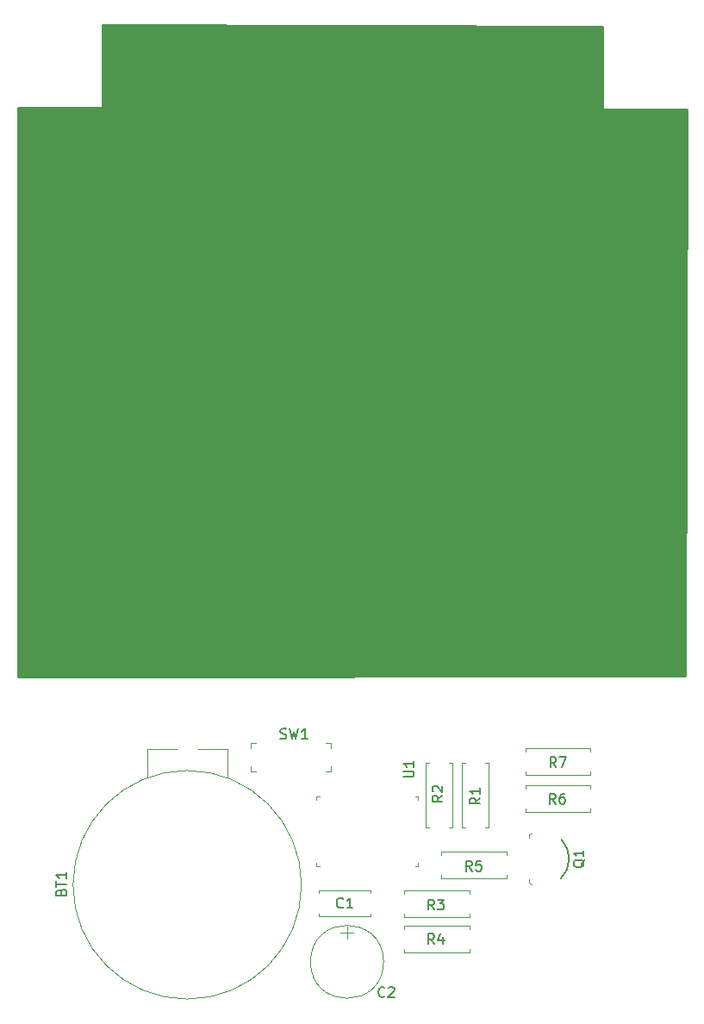
<source format=gbr>
%TF.GenerationSoftware,KiCad,Pcbnew,(5.1.6)-1*%
%TF.CreationDate,2021-10-24T20:03:51+02:00*%
%TF.ProjectId,KiCAD_tutorial,4b694341-445f-4747-9574-6f7269616c2e,rev?*%
%TF.SameCoordinates,Original*%
%TF.FileFunction,Legend,Top*%
%TF.FilePolarity,Positive*%
%FSLAX46Y46*%
G04 Gerber Fmt 4.6, Leading zero omitted, Abs format (unit mm)*
G04 Created by KiCad (PCBNEW (5.1.6)-1) date 2021-10-24 20:03:51*
%MOMM*%
%LPD*%
G01*
G04 APERTURE LIST*
%ADD10C,0.120000*%
%ADD11C,0.100000*%
%ADD12C,0.150000*%
%ADD13C,0.254000*%
G04 APERTURE END LIST*
D10*
%TO.C,R2*%
X112270000Y-112790000D02*
X112600000Y-112790000D01*
X112270000Y-106370000D02*
X112270000Y-112790000D01*
X112600000Y-106370000D02*
X112270000Y-106370000D01*
X114890000Y-112790000D02*
X114560000Y-112790000D01*
X114890000Y-106370000D02*
X114890000Y-112790000D01*
X114560000Y-106370000D02*
X114890000Y-106370000D01*
D11*
%TO.C,BT1*%
X100046800Y-118392400D02*
G75*
G03*
X100046800Y-118392400I-11226800J0D01*
G01*
X84908400Y-107826000D02*
X84908400Y-105082800D01*
X92731600Y-107826000D02*
X92731600Y-105082800D01*
X84908400Y-105082800D02*
X87753200Y-105082800D01*
X92731600Y-105082800D02*
X89886800Y-105082800D01*
D10*
%TO.C,C1*%
X101740000Y-119214000D02*
X101740000Y-118900000D01*
X101740000Y-121520000D02*
X101740000Y-121206000D01*
X106860000Y-119214000D02*
X106860000Y-118900000D01*
X106860000Y-121520000D02*
X106860000Y-121206000D01*
X106860000Y-118900000D02*
X101740000Y-118900000D01*
X106860000Y-121520000D02*
X101740000Y-121520000D01*
%TO.C,C2*%
X105170000Y-123110000D02*
X103870000Y-123110000D01*
X104520000Y-122510000D02*
X104520000Y-123710000D01*
X108110000Y-125960000D02*
G75*
G03*
X108110000Y-125960000I-3590000J0D01*
G01*
D11*
%TO.C,Q1*%
X122370000Y-113480000D02*
X122670000Y-113330000D01*
X122370000Y-113780000D02*
X122370000Y-113480000D01*
X122370000Y-118180000D02*
X122370000Y-117880000D01*
X122370000Y-118180000D02*
X122670000Y-118330000D01*
D12*
X125520000Y-117780000D02*
G75*
G03*
X125570000Y-113930000I-1900000J1950000D01*
G01*
D10*
%TO.C,R1*%
X116110000Y-112800000D02*
X115780000Y-112800000D01*
X115780000Y-112800000D02*
X115780000Y-106380000D01*
X115780000Y-106380000D02*
X116110000Y-106380000D01*
X118070000Y-112800000D02*
X118400000Y-112800000D01*
X118400000Y-112800000D02*
X118400000Y-106380000D01*
X118400000Y-106380000D02*
X118070000Y-106380000D01*
%TO.C,R3*%
X110160000Y-118950000D02*
X110160000Y-119280000D01*
X116580000Y-118950000D02*
X110160000Y-118950000D01*
X116580000Y-119280000D02*
X116580000Y-118950000D01*
X110160000Y-121570000D02*
X110160000Y-121240000D01*
X116580000Y-121570000D02*
X110160000Y-121570000D01*
X116580000Y-121240000D02*
X116580000Y-121570000D01*
%TO.C,R4*%
X110150000Y-122780000D02*
X110150000Y-122450000D01*
X110150000Y-122450000D02*
X116570000Y-122450000D01*
X116570000Y-122450000D02*
X116570000Y-122780000D01*
X110150000Y-124740000D02*
X110150000Y-125070000D01*
X110150000Y-125070000D02*
X116570000Y-125070000D01*
X116570000Y-125070000D02*
X116570000Y-124740000D01*
%TO.C,R5*%
X113770000Y-115150000D02*
X113770000Y-115480000D01*
X120190000Y-115150000D02*
X113770000Y-115150000D01*
X120190000Y-115480000D02*
X120190000Y-115150000D01*
X113770000Y-117770000D02*
X113770000Y-117440000D01*
X120190000Y-117770000D02*
X113770000Y-117770000D01*
X120190000Y-117440000D02*
X120190000Y-117770000D01*
%TO.C,R6*%
X122040000Y-108590000D02*
X122040000Y-108920000D01*
X128460000Y-108590000D02*
X122040000Y-108590000D01*
X128460000Y-108920000D02*
X128460000Y-108590000D01*
X122040000Y-111210000D02*
X122040000Y-110880000D01*
X128460000Y-111210000D02*
X122040000Y-111210000D01*
X128460000Y-110880000D02*
X128460000Y-111210000D01*
%TO.C,R7*%
X128450000Y-107300000D02*
X128450000Y-107630000D01*
X128450000Y-107630000D02*
X122030000Y-107630000D01*
X122030000Y-107630000D02*
X122030000Y-107300000D01*
X128450000Y-105340000D02*
X128450000Y-105010000D01*
X128450000Y-105010000D02*
X122030000Y-105010000D01*
X122030000Y-105010000D02*
X122030000Y-105340000D01*
D11*
%TO.C,SW1*%
X102960000Y-104480000D02*
X102460000Y-104480000D01*
X102960000Y-104480000D02*
X102960000Y-104980000D01*
X95060000Y-104480000D02*
X95560000Y-104480000D01*
X95060000Y-104480000D02*
X95060000Y-104980000D01*
X95060000Y-107280000D02*
X95060000Y-106780000D01*
X95060000Y-107280000D02*
X95560000Y-107280000D01*
X102960000Y-107280000D02*
X102460000Y-107280000D01*
X102960000Y-107280000D02*
X102960000Y-106780000D01*
%TO.C,U1*%
X111500000Y-116530000D02*
X111500000Y-116230000D01*
X111200000Y-116530000D02*
X111500000Y-116530000D01*
X111500000Y-109730000D02*
X111500000Y-110030000D01*
X111200000Y-109730000D02*
X111500000Y-109730000D01*
X101500000Y-109730000D02*
X101500000Y-110030000D01*
X101800000Y-109730000D02*
X101500000Y-109730000D01*
X101500000Y-116530000D02*
X101500000Y-116230000D01*
X101800000Y-116530000D02*
X101500000Y-116530000D01*
D10*
%TO.C,D1*%
X113335000Y-63430000D02*
X116425000Y-63430000D01*
X117380000Y-60870000D02*
G75*
G03*
X117380000Y-60870000I-2500000J0D01*
G01*
X114880462Y-57880000D02*
G75*
G03*
X113335170Y-63430000I-462J-2990000D01*
G01*
X114879538Y-57880000D02*
G75*
G02*
X116424830Y-63430000I462J-2990000D01*
G01*
%TO.C,D2*%
X94819538Y-57920000D02*
G75*
G02*
X96364830Y-63470000I462J-2990000D01*
G01*
X94820462Y-57920000D02*
G75*
G03*
X93275170Y-63470000I-462J-2990000D01*
G01*
X97320000Y-60910000D02*
G75*
G03*
X97320000Y-60910000I-2500000J0D01*
G01*
X93275000Y-63470000D02*
X96365000Y-63470000D01*
%TO.C, *%
D12*
%TO.C,R2*%
X113892380Y-109616666D02*
X113416190Y-109950000D01*
X113892380Y-110188095D02*
X112892380Y-110188095D01*
X112892380Y-109807142D01*
X112940000Y-109711904D01*
X112987619Y-109664285D01*
X113082857Y-109616666D01*
X113225714Y-109616666D01*
X113320952Y-109664285D01*
X113368571Y-109711904D01*
X113416190Y-109807142D01*
X113416190Y-110188095D01*
X112987619Y-109235714D02*
X112940000Y-109188095D01*
X112892380Y-109092857D01*
X112892380Y-108854761D01*
X112940000Y-108759523D01*
X112987619Y-108711904D01*
X113082857Y-108664285D01*
X113178095Y-108664285D01*
X113320952Y-108711904D01*
X113892380Y-109283333D01*
X113892380Y-108664285D01*
%TO.C,BT1*%
X76442271Y-119117154D02*
X76489890Y-118974297D01*
X76537509Y-118926678D01*
X76632747Y-118879059D01*
X76775604Y-118879059D01*
X76870842Y-118926678D01*
X76918461Y-118974297D01*
X76966080Y-119069535D01*
X76966080Y-119450487D01*
X75966080Y-119450487D01*
X75966080Y-119117154D01*
X76013700Y-119021916D01*
X76061319Y-118974297D01*
X76156557Y-118926678D01*
X76251795Y-118926678D01*
X76347033Y-118974297D01*
X76394652Y-119021916D01*
X76442271Y-119117154D01*
X76442271Y-119450487D01*
X75966080Y-118593344D02*
X75966080Y-118021916D01*
X76966080Y-118307630D02*
X75966080Y-118307630D01*
X76966080Y-117164773D02*
X76966080Y-117736201D01*
X76966080Y-117450487D02*
X75966080Y-117450487D01*
X76108938Y-117545725D01*
X76204176Y-117640963D01*
X76251795Y-117736201D01*
%TO.C,C1*%
X104133333Y-120567142D02*
X104085714Y-120614761D01*
X103942857Y-120662380D01*
X103847619Y-120662380D01*
X103704761Y-120614761D01*
X103609523Y-120519523D01*
X103561904Y-120424285D01*
X103514285Y-120233809D01*
X103514285Y-120090952D01*
X103561904Y-119900476D01*
X103609523Y-119805238D01*
X103704761Y-119710000D01*
X103847619Y-119662380D01*
X103942857Y-119662380D01*
X104085714Y-119710000D01*
X104133333Y-119757619D01*
X105085714Y-120662380D02*
X104514285Y-120662380D01*
X104800000Y-120662380D02*
X104800000Y-119662380D01*
X104704761Y-119805238D01*
X104609523Y-119900476D01*
X104514285Y-119948095D01*
%TO.C,C2*%
X108213333Y-129327142D02*
X108165714Y-129374761D01*
X108022857Y-129422380D01*
X107927619Y-129422380D01*
X107784761Y-129374761D01*
X107689523Y-129279523D01*
X107641904Y-129184285D01*
X107594285Y-128993809D01*
X107594285Y-128850952D01*
X107641904Y-128660476D01*
X107689523Y-128565238D01*
X107784761Y-128470000D01*
X107927619Y-128422380D01*
X108022857Y-128422380D01*
X108165714Y-128470000D01*
X108213333Y-128517619D01*
X108594285Y-128517619D02*
X108641904Y-128470000D01*
X108737142Y-128422380D01*
X108975238Y-128422380D01*
X109070476Y-128470000D01*
X109118095Y-128517619D01*
X109165714Y-128612857D01*
X109165714Y-128708095D01*
X109118095Y-128850952D01*
X108546666Y-129422380D01*
X109165714Y-129422380D01*
%TO.C,Q1*%
X127867619Y-115925238D02*
X127820000Y-116020476D01*
X127724761Y-116115714D01*
X127581904Y-116258571D01*
X127534285Y-116353809D01*
X127534285Y-116449047D01*
X127772380Y-116401428D02*
X127724761Y-116496666D01*
X127629523Y-116591904D01*
X127439047Y-116639523D01*
X127105714Y-116639523D01*
X126915238Y-116591904D01*
X126820000Y-116496666D01*
X126772380Y-116401428D01*
X126772380Y-116210952D01*
X126820000Y-116115714D01*
X126915238Y-116020476D01*
X127105714Y-115972857D01*
X127439047Y-115972857D01*
X127629523Y-116020476D01*
X127724761Y-116115714D01*
X127772380Y-116210952D01*
X127772380Y-116401428D01*
X127772380Y-115020476D02*
X127772380Y-115591904D01*
X127772380Y-115306190D02*
X126772380Y-115306190D01*
X126915238Y-115401428D01*
X127010476Y-115496666D01*
X127058095Y-115591904D01*
%TO.C,R1*%
X117592380Y-109856666D02*
X117116190Y-110190000D01*
X117592380Y-110428095D02*
X116592380Y-110428095D01*
X116592380Y-110047142D01*
X116640000Y-109951904D01*
X116687619Y-109904285D01*
X116782857Y-109856666D01*
X116925714Y-109856666D01*
X117020952Y-109904285D01*
X117068571Y-109951904D01*
X117116190Y-110047142D01*
X117116190Y-110428095D01*
X117592380Y-108904285D02*
X117592380Y-109475714D01*
X117592380Y-109190000D02*
X116592380Y-109190000D01*
X116735238Y-109285238D01*
X116830476Y-109380476D01*
X116878095Y-109475714D01*
%TO.C,R3*%
X113093333Y-120842380D02*
X112760000Y-120366190D01*
X112521904Y-120842380D02*
X112521904Y-119842380D01*
X112902857Y-119842380D01*
X112998095Y-119890000D01*
X113045714Y-119937619D01*
X113093333Y-120032857D01*
X113093333Y-120175714D01*
X113045714Y-120270952D01*
X112998095Y-120318571D01*
X112902857Y-120366190D01*
X112521904Y-120366190D01*
X113426666Y-119842380D02*
X114045714Y-119842380D01*
X113712380Y-120223333D01*
X113855238Y-120223333D01*
X113950476Y-120270952D01*
X113998095Y-120318571D01*
X114045714Y-120413809D01*
X114045714Y-120651904D01*
X113998095Y-120747142D01*
X113950476Y-120794761D01*
X113855238Y-120842380D01*
X113569523Y-120842380D01*
X113474285Y-120794761D01*
X113426666Y-120747142D01*
%TO.C,R4*%
X113093333Y-124212380D02*
X112760000Y-123736190D01*
X112521904Y-124212380D02*
X112521904Y-123212380D01*
X112902857Y-123212380D01*
X112998095Y-123260000D01*
X113045714Y-123307619D01*
X113093333Y-123402857D01*
X113093333Y-123545714D01*
X113045714Y-123640952D01*
X112998095Y-123688571D01*
X112902857Y-123736190D01*
X112521904Y-123736190D01*
X113950476Y-123545714D02*
X113950476Y-124212380D01*
X113712380Y-123164761D02*
X113474285Y-123879047D01*
X114093333Y-123879047D01*
%TO.C,R5*%
X116783333Y-117042380D02*
X116450000Y-116566190D01*
X116211904Y-117042380D02*
X116211904Y-116042380D01*
X116592857Y-116042380D01*
X116688095Y-116090000D01*
X116735714Y-116137619D01*
X116783333Y-116232857D01*
X116783333Y-116375714D01*
X116735714Y-116470952D01*
X116688095Y-116518571D01*
X116592857Y-116566190D01*
X116211904Y-116566190D01*
X117688095Y-116042380D02*
X117211904Y-116042380D01*
X117164285Y-116518571D01*
X117211904Y-116470952D01*
X117307142Y-116423333D01*
X117545238Y-116423333D01*
X117640476Y-116470952D01*
X117688095Y-116518571D01*
X117735714Y-116613809D01*
X117735714Y-116851904D01*
X117688095Y-116947142D01*
X117640476Y-116994761D01*
X117545238Y-117042380D01*
X117307142Y-117042380D01*
X117211904Y-116994761D01*
X117164285Y-116947142D01*
%TO.C,R6*%
X125013333Y-110442380D02*
X124680000Y-109966190D01*
X124441904Y-110442380D02*
X124441904Y-109442380D01*
X124822857Y-109442380D01*
X124918095Y-109490000D01*
X124965714Y-109537619D01*
X125013333Y-109632857D01*
X125013333Y-109775714D01*
X124965714Y-109870952D01*
X124918095Y-109918571D01*
X124822857Y-109966190D01*
X124441904Y-109966190D01*
X125870476Y-109442380D02*
X125680000Y-109442380D01*
X125584761Y-109490000D01*
X125537142Y-109537619D01*
X125441904Y-109680476D01*
X125394285Y-109870952D01*
X125394285Y-110251904D01*
X125441904Y-110347142D01*
X125489523Y-110394761D01*
X125584761Y-110442380D01*
X125775238Y-110442380D01*
X125870476Y-110394761D01*
X125918095Y-110347142D01*
X125965714Y-110251904D01*
X125965714Y-110013809D01*
X125918095Y-109918571D01*
X125870476Y-109870952D01*
X125775238Y-109823333D01*
X125584761Y-109823333D01*
X125489523Y-109870952D01*
X125441904Y-109918571D01*
X125394285Y-110013809D01*
%TO.C,R7*%
X125073333Y-106852380D02*
X124740000Y-106376190D01*
X124501904Y-106852380D02*
X124501904Y-105852380D01*
X124882857Y-105852380D01*
X124978095Y-105900000D01*
X125025714Y-105947619D01*
X125073333Y-106042857D01*
X125073333Y-106185714D01*
X125025714Y-106280952D01*
X124978095Y-106328571D01*
X124882857Y-106376190D01*
X124501904Y-106376190D01*
X125406666Y-105852380D02*
X126073333Y-105852380D01*
X125644761Y-106852380D01*
%TO.C,SW1*%
X97976666Y-104004761D02*
X98119523Y-104052380D01*
X98357619Y-104052380D01*
X98452857Y-104004761D01*
X98500476Y-103957142D01*
X98548095Y-103861904D01*
X98548095Y-103766666D01*
X98500476Y-103671428D01*
X98452857Y-103623809D01*
X98357619Y-103576190D01*
X98167142Y-103528571D01*
X98071904Y-103480952D01*
X98024285Y-103433333D01*
X97976666Y-103338095D01*
X97976666Y-103242857D01*
X98024285Y-103147619D01*
X98071904Y-103100000D01*
X98167142Y-103052380D01*
X98405238Y-103052380D01*
X98548095Y-103100000D01*
X98881428Y-103052380D02*
X99119523Y-104052380D01*
X99310000Y-103338095D01*
X99500476Y-104052380D01*
X99738571Y-103052380D01*
X100643333Y-104052380D02*
X100071904Y-104052380D01*
X100357619Y-104052380D02*
X100357619Y-103052380D01*
X100262380Y-103195238D01*
X100167142Y-103290476D01*
X100071904Y-103338095D01*
%TO.C,U1*%
X110072380Y-107801904D02*
X110881904Y-107801904D01*
X110977142Y-107754285D01*
X111024761Y-107706666D01*
X111072380Y-107611428D01*
X111072380Y-107420952D01*
X111024761Y-107325714D01*
X110977142Y-107278095D01*
X110881904Y-107230476D01*
X110072380Y-107230476D01*
X111072380Y-106230476D02*
X111072380Y-106801904D01*
X111072380Y-106516190D02*
X110072380Y-106516190D01*
X110215238Y-106611428D01*
X110310476Y-106706666D01*
X110358095Y-106801904D01*
%TO.C,D1*%
X111372380Y-61608095D02*
X110372380Y-61608095D01*
X110372380Y-61370000D01*
X110420000Y-61227142D01*
X110515238Y-61131904D01*
X110610476Y-61084285D01*
X110800952Y-61036666D01*
X110943809Y-61036666D01*
X111134285Y-61084285D01*
X111229523Y-61131904D01*
X111324761Y-61227142D01*
X111372380Y-61370000D01*
X111372380Y-61608095D01*
X111372380Y-60084285D02*
X111372380Y-60655714D01*
X111372380Y-60370000D02*
X110372380Y-60370000D01*
X110515238Y-60465238D01*
X110610476Y-60560476D01*
X110658095Y-60655714D01*
%TO.C,D2*%
X91312380Y-61648095D02*
X90312380Y-61648095D01*
X90312380Y-61410000D01*
X90360000Y-61267142D01*
X90455238Y-61171904D01*
X90550476Y-61124285D01*
X90740952Y-61076666D01*
X90883809Y-61076666D01*
X91074285Y-61124285D01*
X91169523Y-61171904D01*
X91264761Y-61267142D01*
X91312380Y-61410000D01*
X91312380Y-61648095D01*
X90407619Y-60695714D02*
X90360000Y-60648095D01*
X90312380Y-60552857D01*
X90312380Y-60314761D01*
X90360000Y-60219523D01*
X90407619Y-60171904D01*
X90502857Y-60124285D01*
X90598095Y-60124285D01*
X90740952Y-60171904D01*
X91312380Y-60743333D01*
X91312380Y-60124285D01*
%TD*%
D13*
G36*
X129632844Y-34086692D02*
G01*
X129623000Y-42099844D01*
X129625410Y-42124623D01*
X129632608Y-42148457D01*
X129644317Y-42170428D01*
X129660087Y-42189692D01*
X129679313Y-42205510D01*
X129701255Y-42217273D01*
X129725071Y-42224529D01*
X129750000Y-42227000D01*
X137862704Y-42227000D01*
X137733295Y-97883039D01*
X72197084Y-97902964D01*
X72236910Y-42047000D01*
X80350000Y-42047000D01*
X80374776Y-42044560D01*
X80398601Y-42037333D01*
X80420557Y-42025597D01*
X80439803Y-42009803D01*
X80455597Y-41990557D01*
X80467333Y-41968601D01*
X80474560Y-41944776D01*
X80477000Y-41920000D01*
X80477000Y-33967309D01*
X129632844Y-34086692D01*
G37*
X129632844Y-34086692D02*
X129623000Y-42099844D01*
X129625410Y-42124623D01*
X129632608Y-42148457D01*
X129644317Y-42170428D01*
X129660087Y-42189692D01*
X129679313Y-42205510D01*
X129701255Y-42217273D01*
X129725071Y-42224529D01*
X129750000Y-42227000D01*
X137862704Y-42227000D01*
X137733295Y-97883039D01*
X72197084Y-97902964D01*
X72236910Y-42047000D01*
X80350000Y-42047000D01*
X80374776Y-42044560D01*
X80398601Y-42037333D01*
X80420557Y-42025597D01*
X80439803Y-42009803D01*
X80455597Y-41990557D01*
X80467333Y-41968601D01*
X80474560Y-41944776D01*
X80477000Y-41920000D01*
X80477000Y-33967309D01*
X129632844Y-34086692D01*
M02*

</source>
